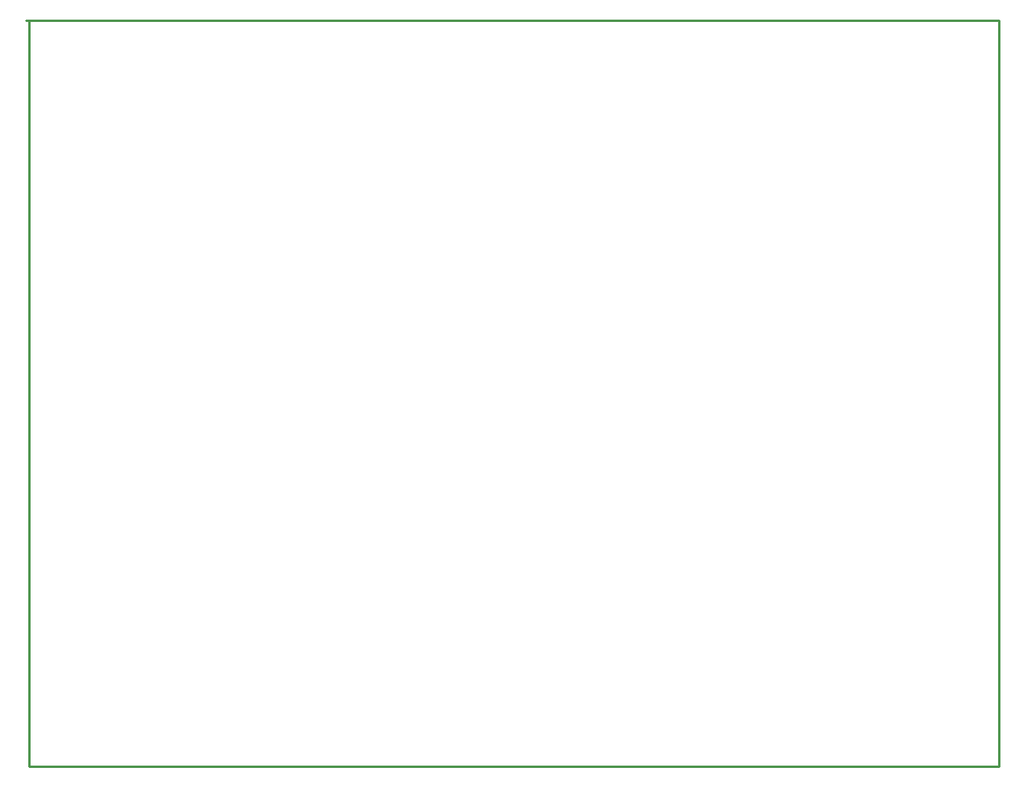
<source format=gm1>
G04*
G04 #@! TF.GenerationSoftware,Altium Limited,Altium Designer,19.1.2 (11)*
G04*
G04 Layer_Color=16711935*
%FSLAX43Y43*%
%MOMM*%
G71*
G01*
G75*
%ADD10C,0.254*%
D10*
X508Y762D02*
Y81280D01*
Y762D02*
X105156D01*
Y81280D01*
X127D02*
X105156D01*
M02*

</source>
